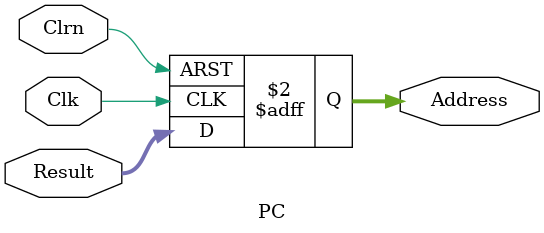
<source format=v>
`timescale 1ns / 1ps

module PC(Clk,Clrn,Result,Address);  
/*³ÌÐò¼ÆÊýÆ÷£¬¸ù¾ÝÊ±ÖÓÐÅºÅ³õÊ¼»¯»ò¸üÐÂPCµØÖ·²¢Êä³ö*/
    
    input Clk;//Ê±ÖÓ
    input Clrn;//ÊÇ·ñÖØÖÃµØÖ·µÄÊ±ÖÓÐÅºÅ¡£0³õÊ¼»¯PC£¬·ñÔò¸üÐÂµØÖ·¡£ 
          
  
    input wire [31:0]Result;  //ÐÂµØÖ·
    output reg [31:0]Address; //´ý¸üÐÂµØÖ·
    
   always @(posedge Clk or negedge Clrn) begin  // ¸ù¾ÝÊ±ÖÓÐÅºÅÒì²½¸´Î»
   
		if(Clrn) begin
		// ¸üÐÂPCµØÖ·
			Address <= Result;
		end else begin
		//  PC <= 0 ¼´³õÊ¼»¯ PC
			Address <= 32'b0;
		end
	end
endmodule

</source>
